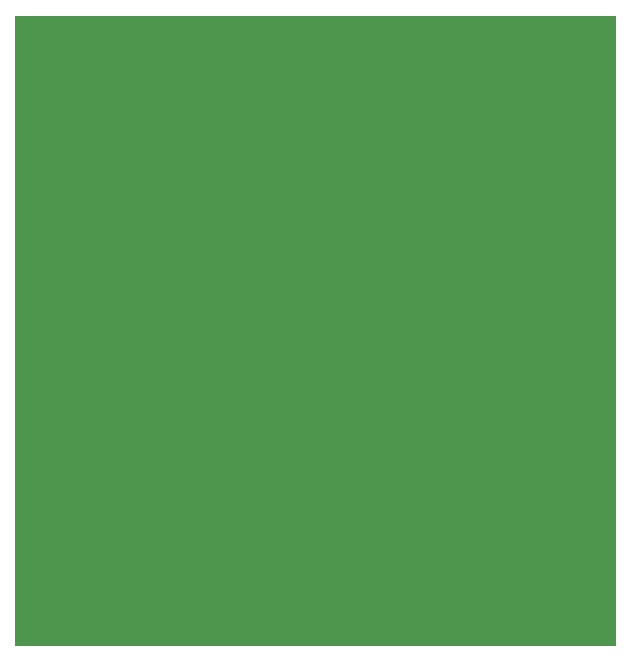
<source format=gbr>
G04 #@! TF.FileFunction,Soldermask,Top*
%FSLAX46Y46*%
G04 Gerber Fmt 4.6, Leading zero omitted, Abs format (unit mm)*
G04 Created by KiCad (PCBNEW 4.0.5) date 04/28/17 11:31:22*
%MOMM*%
%LPD*%
G01*
G04 APERTURE LIST*
%ADD10C,0.025400*%
%ADD11R,2.442400X5.232400*%
%ADD12C,0.076200*%
G04 APERTURE END LIST*
D10*
D11*
X21907500Y2547200D03*
D12*
G36*
X50761900Y38100D02*
X38100Y38100D01*
X38100Y53314600D01*
X50761900Y53314600D01*
X50761900Y38100D01*
X50761900Y38100D01*
G37*
X50761900Y38100D02*
X38100Y38100D01*
X38100Y53314600D01*
X50761900Y53314600D01*
X50761900Y38100D01*
M02*

</source>
